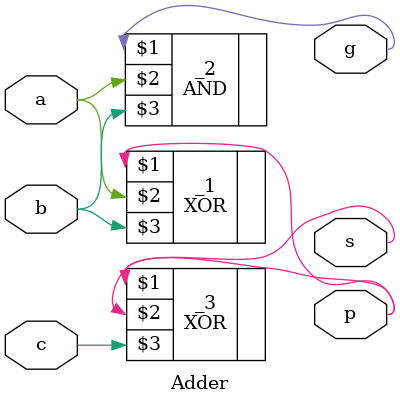
<source format=v>
`timescale 1s/1ps

module Carry_Look_Ahead_Adder_8bit(a, b, c0, s, c8, debug);
    input [7:0] a, b;
    input c0;
    output [7:0] s;
    output c8;
    
    output [16:0] debug;
    
    wire [7:0] p, g;
    wire [1:0] P, G;
    wire [2:0] c1_3, c5_7;
    wire c4;
    
    CLA_Generator_4bit
        Low_Genrator (
            p[3:0], g[3:0], c0,
            P[0], G[0], c1_3
        ),
        High_Generator (
            p[7:4], g[7:4], c4,
            P[1], G[1], c5_7
        );
        
    CLA_Generator_2bit
        Generator (
            P, G, c0,
            {c8, c4}
        );
    
    genvar i;
    generate
        for (i = 1; i <= 3; i = i + 1) begin
            Adder adder1_3 (a[i], b[i], c1_3[i - 1], s[i], p[i], g[i]);
        end
        for (i = 5; i <= 7; i = i + 1) begin
            Adder adder5_7 (a[i], b[i], c5_7[i - 5], s[i], p[i], g[i]);
        end
    endgenerate
    Adder adder0 (a[0], b[0], c0, s[0], p[0], g[0]);
    Adder adder4 (a[4], b[4], c4, s[4], p[4], g[4]);
    
    /*
    always @*
        $display ("Carry_Look_Ahead_Adder_8bit: %b %b %b %b", 
            p[0], p[1], p[2], p[3]);
    */
    
    // assign debug[8:0] = {c8, c5_7, c4, c1_3, c0};
    // assign debug[7:0] = p[7:0];
    // assign debug[15:8] = g[7:0];
endmodule

module CLA_Generator_4bit(pin, gin, cin, pout, gout, cout, debug);
    input [3:0] pin, gin;
    input cin;
    output [2:0] cout;
    output pout, gout;
    
    output [16:0] debug;
    
    wire    c1_term1,
            c2_term1, c2_term2,
            c3_term1, c3_term2, c3_term3,
            gout_term1, gout_term2, gout_term3, gout_term4;
    
    // pout
    AND4 _1 (pout, pin[0], pin[1], pin[2], pin[3]);
    
    // c1
    AND _2 (c1_term1, cin, pin[0]);
    OR _3 (cout[0], c1_term1, gin[0]);
    
    // c2
    AND3 _4 (c2_term1, cin, pin[0], pin[1]);
    AND _5 (c2_term2, gin[0], pin[1]);
    OR3 _6 (cout[1], c2_term1, c2_term2, gin[1]);
    
    // c3
    AND4 _7 (c3_term1, cin, pin[0], pin[1], pin[2]);
    AND3 _8 (c3_term2, gin[0], pin[1], pin[2]);
    AND _9 (c3_term3, gin[1], pin[2]);
    OR4  _10(cout[2], c3_term1, c3_term2, c3_term3, gin[2]);
    
    // gout
    AND5 _11 (gout_term1, cin, pin[0], pin[1], pin[2], pin[3]);
    AND4 _12 (gout_term2, gin[0], pin[1], pin[2], pin[3]);
    AND3 _13 (gout_term3, gin[1], pin[2], pin[3]);
    AND _14 (gout_term4, gin[2], pin[3]);
    OR5 _15 (gout, gout_term1, gout_term2, gout_term3, gout_term4, gin[3]);
    
    assign debug[3:0] = {cout, gout};
    
    /*
    always @*
        $display ("CLA_Generator_4bit: %b %b %b %b -> %b", 
            pin[0], pin[1], pin[2], pin[3], pout);
    */
endmodule

module CLA_Generator_2bit(pin, gin, cin, cout, debug);
    input [1:0] pin, gin;
    input cin;
    output [1:0] cout;
    
    output [16:0] debug;
    
    wire    c1_term1,
            c2_term1, c2_term2;
            
    // c1
    AND _1 (c1_term1, cin, pin[0]);
    OR _2 (cout[0], c1_term1, gin[0]);
    
    // c2
    AND3 _3 (c2_term1, cin, pin[0], pin[1]);
    AND _4 (c2_term2, gin[0], pin[1]);
    OR3 _5 (cout[1], c2_term1, c2_term2, gin[1]);
    
    assign debug[1:0] = pin[1:0];
    assign debug[3:2] = gin[1:0];
    assign debug[5:4] = cout[1:0];

    /*
    always @*
        $display ("CLA_Generator_2bit: %b %b %b -> %b %b %b", 
            cin, pin[0], pin[1], c1_term1, c2_term1, c2_term2);
    */
endmodule

module Adder(a, b, c, s, p, g);
    input a, b, c;
    output s, p, g;
    
    XOR _1 (p, a, b);
    AND _2 (g, a, b);
    XOR _3 (s, p, c);
endmodule
</source>
